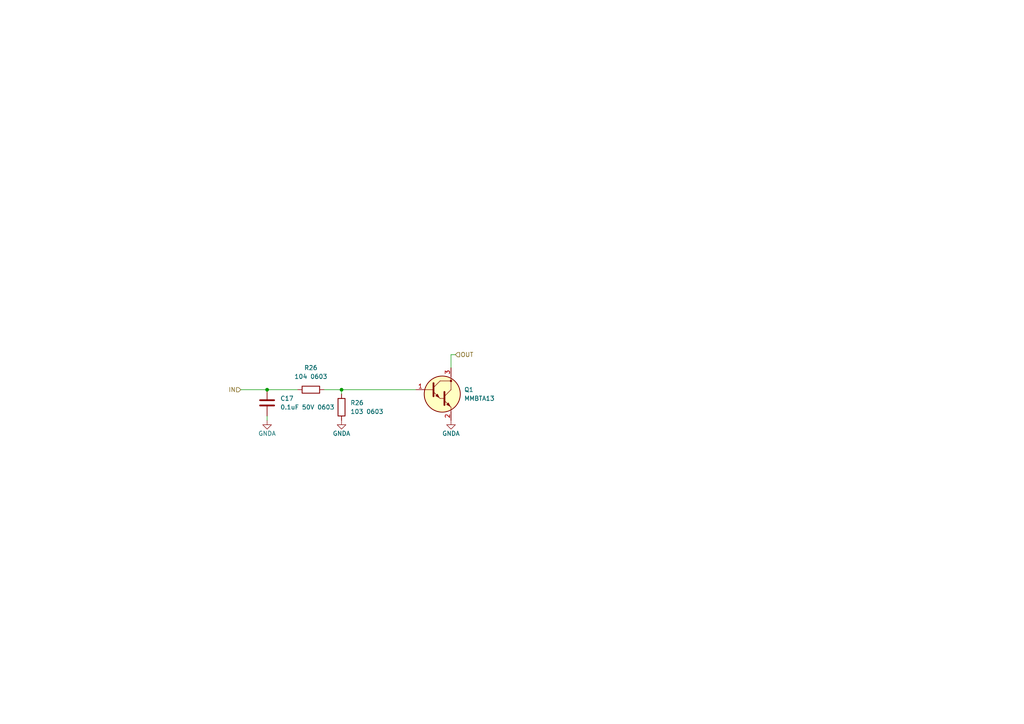
<source format=kicad_sch>
(kicad_sch (version 20230121) (generator eeschema)
  (paper "A4")
  (lib_symbols
    (symbol "Device:C" (pin_numbers hide) (pin_names (offset 0.254))
      (property "Reference" "C" (at 0.635 2.54 0))
      (property "Value" "C" (at 0.635 -2.54 0))
      (symbol "C_0_1"
        (polyline (pts (xy -2.032 -0.762) (xy 2.032 -0.762)) (stroke (width 0.508)))
        (polyline (pts (xy -2.032 0.762) (xy 2.032 0.762)) (stroke (width 0.508)))
      )
      (symbol "C_1_1"
        (pin passive line (at 0 3.81 270) (length 2.794) (name "~") (number "1"))
        (pin passive line (at 0 -3.81 90) (length 2.794) (name "~") (number "2"))
      )
    )
    (symbol "Device:R" (pin_numbers hide) (pin_names (offset 0))
      (property "Reference" "R" (at 2.032 0 90))
      (property "Value" "R" (at 0 0 90))
      (symbol "R_0_1"
        (rectangle (start -1.016 -2.54) (end 1.016 2.54) (stroke (width 0.254)))
      )
      (symbol "R_1_1"
        (pin passive line (at 0 3.81 270) (length 1.27) (name "~") (number "1"))
        (pin passive line (at 0 -3.81 90) (length 1.27) (name "~") (number "2"))
      )
    )
    (symbol "PCM_4ms_Power-symbol:GNDA" (power) (pin_numbers hide) (pin_names (offset 0) hide)
      (property "Value" "GNDA" (at 0 -3.81 0))
      (symbol "GNDA_0_1"
        (polyline (pts (xy 0 0) (xy 0 -1.27) (xy 1.27 -1.27) (xy 0 -2.54) (xy -1.27 -1.27) (xy 0 -1.27)))
      )
      (symbol "GNDA_1_1"
        (pin power_in line (at 0 0 270) (length 0) hide (name "GNDA") (number "1"))
      )
    )
    (symbol "PCM_Transistor_BJT_Darlington_AKL:MMBTA13" (pin_names hide)
      (property "Reference" "Q" (at 6.35 1.27 0))
      (property "Value" "MMBTA13" (at 6.35 -1.27 0))
      (symbol "MMBTA13_0_1"
        (polyline (pts (xy -6.35 1.27) (xy -2.54 1.27)))
        (polyline (pts (xy -0.635 -1.27) (xy 0.635 -1.27)))
        (polyline (pts (xy 0.635 -0.635) (xy 2.54 1.27)))
        (polyline (pts (xy 2.54 -5.08) (xy 2.54 -3.81)))
        (polyline (pts (xy 2.54 3.81) (xy 2.54 5.08)))
        (polyline (pts (xy -0.635 3.81) (xy 2.54 3.81) (xy 2.54 1.27)))
        (polyline (pts (xy 0.635 -1.905) (xy 2.54 -3.81) (xy 2.54 -3.81)))
        (polyline (pts (xy 0.635 0.635) (xy 0.635 -3.175) (xy 0.635 -3.175)) (stroke (width 0.508)))
        (polyline (pts (xy 1.27 -3.048) (xy 1.778 -2.54) (xy 2.286 -3.556) (xy 1.27 -3.048) (xy 1.27 -3.048)) (fill (type outline)))
        (circle (center 0 0) (radius 5.2324) (stroke (width 0.254)) (fill (type background)))
        (circle (center 2.54 3.81) (radius 0.254) (fill (type outline)))
      )
      (symbol "MMBTA13_1_1"
        (polyline (pts (xy -2.54 1.905) (xy -0.635 3.81)))
        (polyline (pts (xy -2.54 0.635) (xy -0.635 -1.27) (xy -0.635 -1.27)))
        (polyline (pts (xy -2.54 3.175) (xy -2.54 -0.635) (xy -2.54 -0.635)) (stroke (width 0.508)))
        (polyline (pts (xy -1.905 -0.508) (xy -1.397 0) (xy -0.889 -1.016) (xy -1.905 -0.508) (xy -1.905 -0.508)) (fill (type outline)))
        (pin input line (at -7.62 1.27 0) (length 2.54) (name "B") (number "1"))
        (pin passive line (at 2.54 -7.62 90) (length 2.54) (name "E") (number "2"))
        (pin passive line (at 2.54 7.62 270) (length 2.54) (name "C") (number "3"))
      )
    )
  )
  (junction (at 99.06 113.03))
  (junction (at 77.47 113.03))
  (wire (pts (xy 130.81 106.68) (xy 130.81 102.87)))
  (wire (pts (xy 93.98 113.03) (xy 99.06 113.03)))
  (wire (pts (xy 130.81 102.87) (xy 132.08 102.87)))
  (wire (pts (xy 99.06 113.03) (xy 99.06 114.3)))
  (wire (pts (xy 77.47 113.03) (xy 86.36 113.03)))
  (wire (pts (xy 99.06 113.03) (xy 120.65 113.03)))
  (wire (pts (xy 69.85 113.03) (xy 77.47 113.03)))
  (wire (pts (xy 77.47 121.92) (xy 77.47 120.65)))
  (hierarchical_label "OUT" (shape input) (at 132.08 102.87 0))
  (hierarchical_label "IN" (shape input) (at 69.85 113.03 180))
  (symbol (lib_id "Device:C") (at 77.47 116.84 0) (unit 1)
    (property "Reference" "C17" (at 81.28 115.57 0) (effects (justify left)))
    (property "Value" "0.1uF 50V 0603" (at 81.28 118.11 0) (effects (justify left)))
    (property "Footprint" "Capacitor_SMD:C_0603_1608Metric_Pad1.08x0.95mm_HandSolder" (effects hide))
    (instances (project "Плата дискретных входов" (path "" (reference "C17") (unit 1)) (path "" (reference "C18") (unit 1)) (path "" (reference "C19") (unit 1)) (path "" (reference "C20") (unit 1)) (path "" (reference "C21") (unit 1)) (path "" (reference "C22") (unit 1)) (path "" (reference "C23") (unit 1)) (path "" (reference "C24") (unit 1)) (path "" (reference "C25") (unit 1)) (path "" (reference "C26") (unit 1)) (path "" (reference "C27") (unit 1)) (path "" (reference "C28") (unit 1)) (path "" (reference "C29") (unit 1)) (path "" (reference "C30") (unit 1)) (path "" (reference "C16") (unit 1)) (path "" (reference "C31") (unit 1)) (path "" (reference "C16") (unit 1))))
  )
  (symbol (lib_id "PCM_4ms_Power-symbol:GNDA") (at 99.06 121.92 0) (unit 1)
    (property "Reference" "#PWR068" (effects hide))
    (property "Value" "GNDA" (at 99.06 125.73 0))
    (instances (project "Плата дискретных входов" (path "" (reference "#PWR068") (unit 1)) (path "" (reference "#PWR095") (unit 1)) (path "" (reference "#PWR064") (unit 1))) (project "Плата фото светодиоды" (path "" (reference "#PWR03") (unit 1))))
  )
  (symbol (lib_id "PCM_4ms_Power-symbol:GNDA") (at 130.81 121.92 0) (unit 1)
    (property "Reference" "#PWR098" (effects hide))
    (property "Value" "GNDA" (at 130.81 125.73 0))
    (instances (project "Плата дискретных входов" (path "" (reference "#PWR098") (unit 1)) (path "" (reference "#PWR096") (unit 1)) (path "" (reference "#PWR065") (unit 1))) (project "Плата фото светодиоды" (path "" (reference "#PWR03") (unit 1))))
  )
  (symbol (lib_id "PCM_Transistor_BJT_Darlington_AKL:MMBTA13") (at 128.27 114.3 0) (unit 1)
    (property "Reference" "Q1" (at 134.62 113.03 0) (effects (justify left)))
    (property "Value" "MMBTA13" (at 134.62 115.57 0) (effects (justify left)))
    (property "Footprint" "Package_TO_SOT_SMD:SOT-23" (effects hide))
    (property "Datasheet" "https://www.tme.eu/Document/86417b6121916e6cfdf6db10396ed62d/MMBTA13LT1G.PDF" (effects hide))
    (instances (project "Плата дискретных входов" (path "" (reference "Q1") (unit 1)) (path "" (reference "Q2") (unit 1)) (path "" (reference "Q1") (unit 1))))
  )
  (symbol (lib_id "Device:R") (at 99.06 118.11 0) (unit 1)
    (property "Reference" "R26" (at 101.6 116.84 0) (effects (justify left)))
    (property "Value" "103 0603" (at 101.6 119.38 0) (effects (justify left)))
    (property "Footprint" "PCM_Resistor_SMD_AKL:R_0603_1608Metric_Pad1.05x0.95mm_HandSolder" (effects hide))
    (instances (project "Плата дискретных входов" (path "" (reference "R26") (unit 1)) (path "" (reference "R58") (unit 1)) (path "" (reference "R88") (unit 1)) (path "" (reference "R58") (unit 1))))
  )
  (symbol (lib_id "Device:R") (at 90.17 113.03 90) (unit 1)
    (property "Reference" "R26" (at 90.17 106.68 90))
    (property "Value" "104 0603" (at 90.17 109.22 90))
    (property "Footprint" "PCM_Resistor_SMD_AKL:R_0603_1608Metric_Pad1.05x0.95mm_HandSolder" (effects hide))
    (instances (project "Плата дискретных входов" (path "" (reference "R26") (unit 1)) (path "" (reference "R57") (unit 1)) (path "" (reference "R87") (unit 1)) (path "" (reference "R57") (unit 1))))
  )
  (symbol (lib_id "PCM_4ms_Power-symbol:GNDA") (at 77.47 121.92 0) (unit 1)
    (property "Reference" "#PWR069" (effects hide))
    (property "Value" "GNDA" (at 77.47 125.73 0))
    (instances (project "Плата дискретных входов" (path "" (reference "#PWR069") (unit 1)) (path "" (reference "#PWR094") (unit 1)) (path "" (reference "#PWR063") (unit 1))) (project "Плата фото светодиоды" (path "" (reference "#PWR03") (unit 1))))
  )
)
</source>
